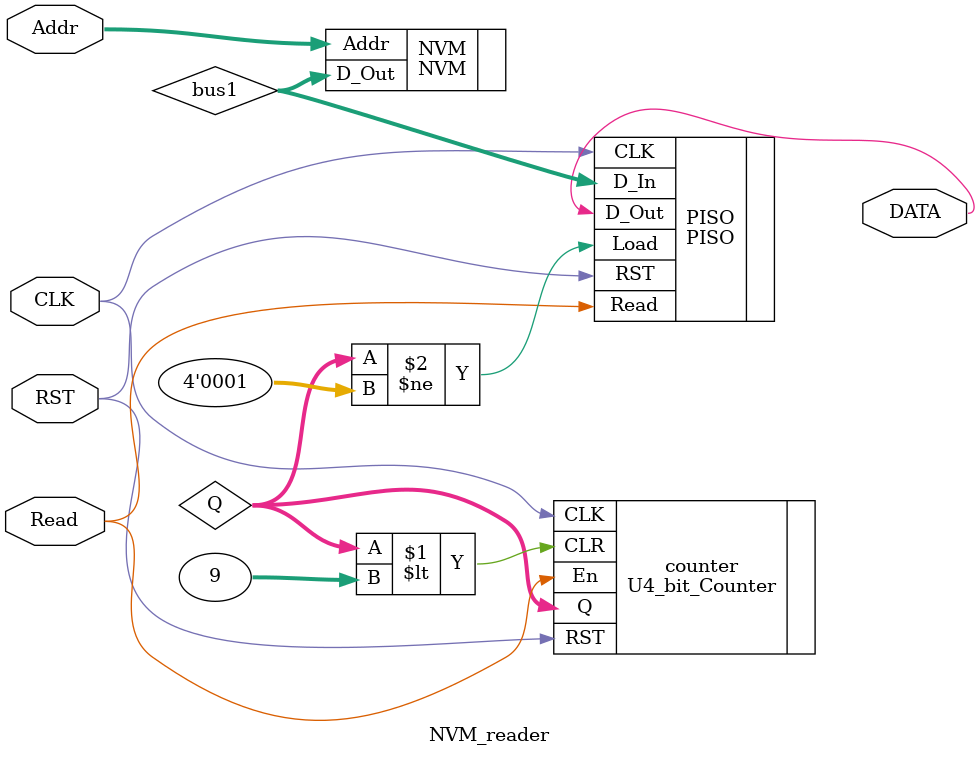
<source format=v>
module NVM_reader (
	input Read, CLK, RST,
	input [4:0] Addr,
	output DATA );
	
	wire [7:0] bus1;
	wire [3:0] Q;
	
	NVM NVM (.Addr(Addr), .D_Out(bus1));
	U4_bit_Counter counter (.En(Read), .CLK(CLK), .RST(RST), .Q(Q), .CLR(Q<9));
	PISO PISO (.Load(Q!=1), .D_In(bus1), .CLK(CLK), .RST(RST), .Read(Read), .D_Out(DATA));
	
endmodule
</source>
